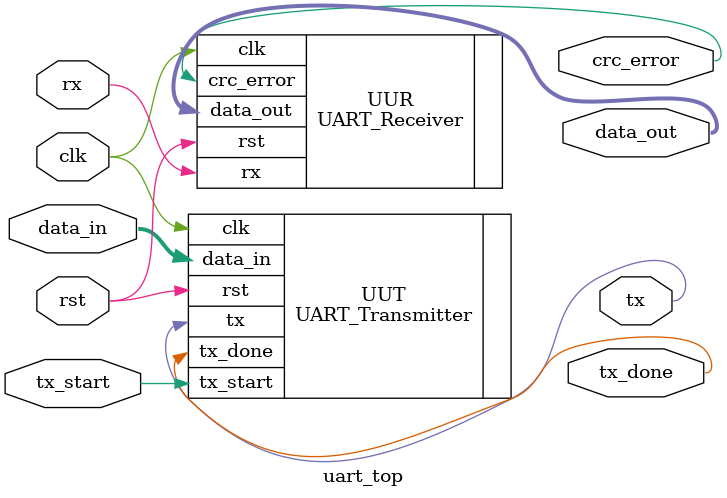
<source format=sv>


module uart_top(
	input wire clk,              // System clock input (10 MHz)
	input wire rst,              // Reset signal, active high
	input wire [7:0] data_in,    // 8-bit parallel data to be transmitted
	input wire tx_start,         // Start signal for transmission
	input wire rx,               // Serial data input for receiving
	output wire tx,              // Serial data output for transmitting
	output wire tx_done,         // Transmission done signal
	output wire [7:0] data_out,  // 8-bit parallel data received from rx
	output wire crc_error      // CRC error flag for received data
);

    // Instantiate the UART Transmitter module with the defined clks_per_bit parameter.
	 
UART_Transmitter UUT(
	.clk(clk),               // Connects the system clock to the transmitter
	.rst(rst),               // Connects the reset signal to the transmitter
	.data_in(data_in),       // Connects the 8-bit data input to the transmitter
	.tx_start(tx_start),     // Connects the transmission start signal to the transmitter
	.tx(tx),                 // Transmitter output line (serial data out)
	.tx_done(tx_done)        // Transmission complete indicator
);

    // Instantiate the UART Receiver module with the defined clks_per_bit parameter.
 
UART_Receiver UUR(
	.clk(clk),               // Connects the system clock to the receiver
	.rst(rst),               // Connects the reset signal to the receiver
	.rx(rx),                 // Connects the serial data input line to the receiver
	.data_out(data_out),     // Outputs the 8-bit parallel data received
	.crc_error(crc_error)    // Sets the CRC error flag if an error is detected in received data
);

endmodule

</source>
